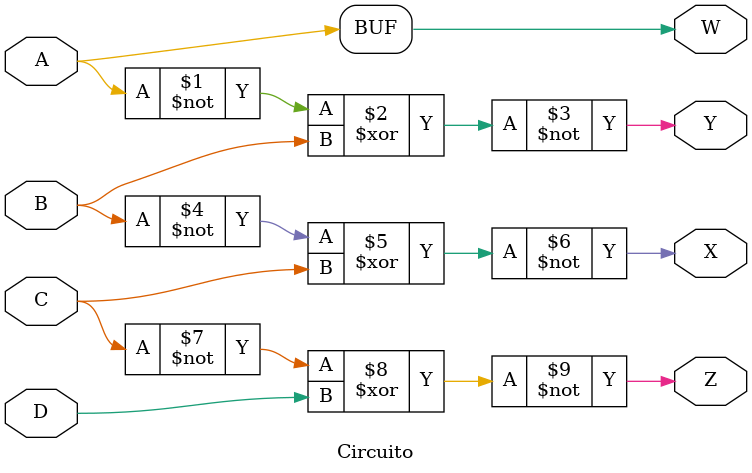
<source format=v>
`timescale 1ns / 1ps


module Circuito(
    input A,
    input B,
    input C,
    input D,

    output W,
    output Y,
    output X,
    output Z
    );
    
assign W = A;
assign Y = ~(~(A) ^ B);
assign X = ~(~(B) ^ C);
assign Z = ~(~(C) ^ D);

endmodule

</source>
